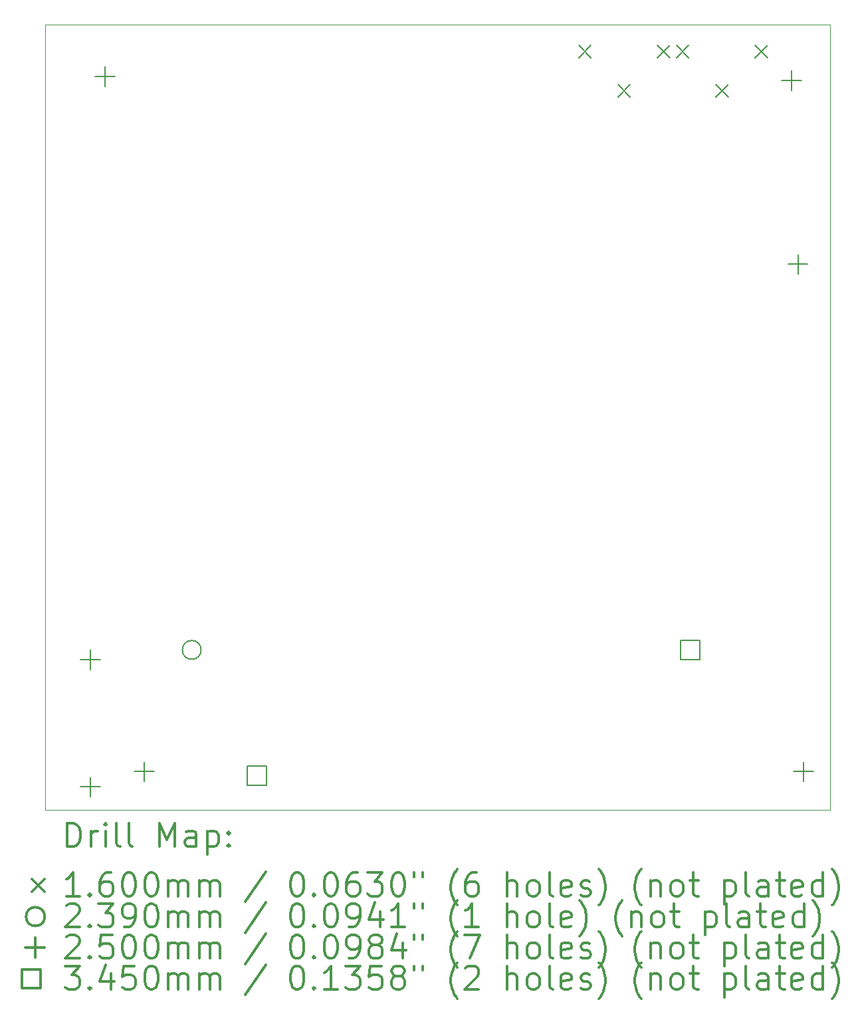
<source format=gbr>
%FSLAX45Y45*%
G04 Gerber Fmt 4.5, Leading zero omitted, Abs format (unit mm)*
G04 Created by KiCad (PCBNEW (5.1.10)-1) date 2021-10-14 15:07:15*
%MOMM*%
%LPD*%
G01*
G04 APERTURE LIST*
%TA.AperFunction,Profile*%
%ADD10C,0.100000*%
%TD*%
%ADD11C,0.200000*%
%ADD12C,0.300000*%
G04 APERTURE END LIST*
D10*
X15000000Y-5000000D02*
X15000000Y-15000000D01*
X5000000Y-5000000D02*
X15000000Y-5000000D01*
X5000000Y-15000000D02*
X5000000Y-5000000D01*
X15000000Y-15000000D02*
X5000000Y-15000000D01*
D11*
X11795000Y-5265000D02*
X11955000Y-5425000D01*
X11955000Y-5265000D02*
X11795000Y-5425000D01*
X12295000Y-5765000D02*
X12455000Y-5925000D01*
X12455000Y-5765000D02*
X12295000Y-5925000D01*
X12795000Y-5265000D02*
X12955000Y-5425000D01*
X12955000Y-5265000D02*
X12795000Y-5425000D01*
X13040000Y-5265000D02*
X13200000Y-5425000D01*
X13200000Y-5265000D02*
X13040000Y-5425000D01*
X13540000Y-5765000D02*
X13700000Y-5925000D01*
X13700000Y-5765000D02*
X13540000Y-5925000D01*
X14040000Y-5265000D02*
X14200000Y-5425000D01*
X14200000Y-5265000D02*
X14040000Y-5425000D01*
X6986500Y-12965000D02*
G75*
G03*
X6986500Y-12965000I-119500J0D01*
G01*
X5575000Y-12965000D02*
X5575000Y-13215000D01*
X5450000Y-13090000D02*
X5700000Y-13090000D01*
X5575000Y-14585000D02*
X5575000Y-14835000D01*
X5450000Y-14710000D02*
X5700000Y-14710000D01*
X5760000Y-5540000D02*
X5760000Y-5790000D01*
X5635000Y-5665000D02*
X5885000Y-5665000D01*
X6260000Y-14390000D02*
X6260000Y-14640000D01*
X6135000Y-14515000D02*
X6385000Y-14515000D01*
X14510000Y-5590000D02*
X14510000Y-5840000D01*
X14385000Y-5715000D02*
X14635000Y-5715000D01*
X14590400Y-7928900D02*
X14590400Y-8178900D01*
X14465400Y-8053900D02*
X14715400Y-8053900D01*
X14660000Y-14390000D02*
X14660000Y-14640000D01*
X14535000Y-14515000D02*
X14785000Y-14515000D01*
X7816977Y-14686977D02*
X7816977Y-14443023D01*
X7573023Y-14443023D01*
X7573023Y-14686977D01*
X7816977Y-14686977D01*
X13336977Y-13086977D02*
X13336977Y-12843023D01*
X13093023Y-12843023D01*
X13093023Y-13086977D01*
X13336977Y-13086977D01*
D12*
X5281428Y-15470714D02*
X5281428Y-15170714D01*
X5352857Y-15170714D01*
X5395714Y-15185000D01*
X5424286Y-15213571D01*
X5438571Y-15242143D01*
X5452857Y-15299286D01*
X5452857Y-15342143D01*
X5438571Y-15399286D01*
X5424286Y-15427857D01*
X5395714Y-15456429D01*
X5352857Y-15470714D01*
X5281428Y-15470714D01*
X5581428Y-15470714D02*
X5581428Y-15270714D01*
X5581428Y-15327857D02*
X5595714Y-15299286D01*
X5610000Y-15285000D01*
X5638571Y-15270714D01*
X5667143Y-15270714D01*
X5767143Y-15470714D02*
X5767143Y-15270714D01*
X5767143Y-15170714D02*
X5752857Y-15185000D01*
X5767143Y-15199286D01*
X5781428Y-15185000D01*
X5767143Y-15170714D01*
X5767143Y-15199286D01*
X5952857Y-15470714D02*
X5924286Y-15456429D01*
X5910000Y-15427857D01*
X5910000Y-15170714D01*
X6110000Y-15470714D02*
X6081428Y-15456429D01*
X6067143Y-15427857D01*
X6067143Y-15170714D01*
X6452857Y-15470714D02*
X6452857Y-15170714D01*
X6552857Y-15385000D01*
X6652857Y-15170714D01*
X6652857Y-15470714D01*
X6924286Y-15470714D02*
X6924286Y-15313571D01*
X6910000Y-15285000D01*
X6881428Y-15270714D01*
X6824286Y-15270714D01*
X6795714Y-15285000D01*
X6924286Y-15456429D02*
X6895714Y-15470714D01*
X6824286Y-15470714D01*
X6795714Y-15456429D01*
X6781428Y-15427857D01*
X6781428Y-15399286D01*
X6795714Y-15370714D01*
X6824286Y-15356429D01*
X6895714Y-15356429D01*
X6924286Y-15342143D01*
X7067143Y-15270714D02*
X7067143Y-15570714D01*
X7067143Y-15285000D02*
X7095714Y-15270714D01*
X7152857Y-15270714D01*
X7181428Y-15285000D01*
X7195714Y-15299286D01*
X7210000Y-15327857D01*
X7210000Y-15413571D01*
X7195714Y-15442143D01*
X7181428Y-15456429D01*
X7152857Y-15470714D01*
X7095714Y-15470714D01*
X7067143Y-15456429D01*
X7338571Y-15442143D02*
X7352857Y-15456429D01*
X7338571Y-15470714D01*
X7324286Y-15456429D01*
X7338571Y-15442143D01*
X7338571Y-15470714D01*
X7338571Y-15285000D02*
X7352857Y-15299286D01*
X7338571Y-15313571D01*
X7324286Y-15299286D01*
X7338571Y-15285000D01*
X7338571Y-15313571D01*
X4835000Y-15885000D02*
X4995000Y-16045000D01*
X4995000Y-15885000D02*
X4835000Y-16045000D01*
X5438571Y-16100714D02*
X5267143Y-16100714D01*
X5352857Y-16100714D02*
X5352857Y-15800714D01*
X5324286Y-15843571D01*
X5295714Y-15872143D01*
X5267143Y-15886429D01*
X5567143Y-16072143D02*
X5581428Y-16086429D01*
X5567143Y-16100714D01*
X5552857Y-16086429D01*
X5567143Y-16072143D01*
X5567143Y-16100714D01*
X5838571Y-15800714D02*
X5781428Y-15800714D01*
X5752857Y-15815000D01*
X5738571Y-15829286D01*
X5710000Y-15872143D01*
X5695714Y-15929286D01*
X5695714Y-16043571D01*
X5710000Y-16072143D01*
X5724286Y-16086429D01*
X5752857Y-16100714D01*
X5810000Y-16100714D01*
X5838571Y-16086429D01*
X5852857Y-16072143D01*
X5867143Y-16043571D01*
X5867143Y-15972143D01*
X5852857Y-15943571D01*
X5838571Y-15929286D01*
X5810000Y-15915000D01*
X5752857Y-15915000D01*
X5724286Y-15929286D01*
X5710000Y-15943571D01*
X5695714Y-15972143D01*
X6052857Y-15800714D02*
X6081428Y-15800714D01*
X6110000Y-15815000D01*
X6124286Y-15829286D01*
X6138571Y-15857857D01*
X6152857Y-15915000D01*
X6152857Y-15986429D01*
X6138571Y-16043571D01*
X6124286Y-16072143D01*
X6110000Y-16086429D01*
X6081428Y-16100714D01*
X6052857Y-16100714D01*
X6024286Y-16086429D01*
X6010000Y-16072143D01*
X5995714Y-16043571D01*
X5981428Y-15986429D01*
X5981428Y-15915000D01*
X5995714Y-15857857D01*
X6010000Y-15829286D01*
X6024286Y-15815000D01*
X6052857Y-15800714D01*
X6338571Y-15800714D02*
X6367143Y-15800714D01*
X6395714Y-15815000D01*
X6410000Y-15829286D01*
X6424286Y-15857857D01*
X6438571Y-15915000D01*
X6438571Y-15986429D01*
X6424286Y-16043571D01*
X6410000Y-16072143D01*
X6395714Y-16086429D01*
X6367143Y-16100714D01*
X6338571Y-16100714D01*
X6310000Y-16086429D01*
X6295714Y-16072143D01*
X6281428Y-16043571D01*
X6267143Y-15986429D01*
X6267143Y-15915000D01*
X6281428Y-15857857D01*
X6295714Y-15829286D01*
X6310000Y-15815000D01*
X6338571Y-15800714D01*
X6567143Y-16100714D02*
X6567143Y-15900714D01*
X6567143Y-15929286D02*
X6581428Y-15915000D01*
X6610000Y-15900714D01*
X6652857Y-15900714D01*
X6681428Y-15915000D01*
X6695714Y-15943571D01*
X6695714Y-16100714D01*
X6695714Y-15943571D02*
X6710000Y-15915000D01*
X6738571Y-15900714D01*
X6781428Y-15900714D01*
X6810000Y-15915000D01*
X6824286Y-15943571D01*
X6824286Y-16100714D01*
X6967143Y-16100714D02*
X6967143Y-15900714D01*
X6967143Y-15929286D02*
X6981428Y-15915000D01*
X7010000Y-15900714D01*
X7052857Y-15900714D01*
X7081428Y-15915000D01*
X7095714Y-15943571D01*
X7095714Y-16100714D01*
X7095714Y-15943571D02*
X7110000Y-15915000D01*
X7138571Y-15900714D01*
X7181428Y-15900714D01*
X7210000Y-15915000D01*
X7224286Y-15943571D01*
X7224286Y-16100714D01*
X7810000Y-15786429D02*
X7552857Y-16172143D01*
X8195714Y-15800714D02*
X8224286Y-15800714D01*
X8252857Y-15815000D01*
X8267143Y-15829286D01*
X8281428Y-15857857D01*
X8295714Y-15915000D01*
X8295714Y-15986429D01*
X8281428Y-16043571D01*
X8267143Y-16072143D01*
X8252857Y-16086429D01*
X8224286Y-16100714D01*
X8195714Y-16100714D01*
X8167143Y-16086429D01*
X8152857Y-16072143D01*
X8138571Y-16043571D01*
X8124286Y-15986429D01*
X8124286Y-15915000D01*
X8138571Y-15857857D01*
X8152857Y-15829286D01*
X8167143Y-15815000D01*
X8195714Y-15800714D01*
X8424286Y-16072143D02*
X8438571Y-16086429D01*
X8424286Y-16100714D01*
X8410000Y-16086429D01*
X8424286Y-16072143D01*
X8424286Y-16100714D01*
X8624286Y-15800714D02*
X8652857Y-15800714D01*
X8681428Y-15815000D01*
X8695714Y-15829286D01*
X8710000Y-15857857D01*
X8724286Y-15915000D01*
X8724286Y-15986429D01*
X8710000Y-16043571D01*
X8695714Y-16072143D01*
X8681428Y-16086429D01*
X8652857Y-16100714D01*
X8624286Y-16100714D01*
X8595714Y-16086429D01*
X8581428Y-16072143D01*
X8567143Y-16043571D01*
X8552857Y-15986429D01*
X8552857Y-15915000D01*
X8567143Y-15857857D01*
X8581428Y-15829286D01*
X8595714Y-15815000D01*
X8624286Y-15800714D01*
X8981428Y-15800714D02*
X8924286Y-15800714D01*
X8895714Y-15815000D01*
X8881428Y-15829286D01*
X8852857Y-15872143D01*
X8838571Y-15929286D01*
X8838571Y-16043571D01*
X8852857Y-16072143D01*
X8867143Y-16086429D01*
X8895714Y-16100714D01*
X8952857Y-16100714D01*
X8981428Y-16086429D01*
X8995714Y-16072143D01*
X9010000Y-16043571D01*
X9010000Y-15972143D01*
X8995714Y-15943571D01*
X8981428Y-15929286D01*
X8952857Y-15915000D01*
X8895714Y-15915000D01*
X8867143Y-15929286D01*
X8852857Y-15943571D01*
X8838571Y-15972143D01*
X9110000Y-15800714D02*
X9295714Y-15800714D01*
X9195714Y-15915000D01*
X9238571Y-15915000D01*
X9267143Y-15929286D01*
X9281428Y-15943571D01*
X9295714Y-15972143D01*
X9295714Y-16043571D01*
X9281428Y-16072143D01*
X9267143Y-16086429D01*
X9238571Y-16100714D01*
X9152857Y-16100714D01*
X9124286Y-16086429D01*
X9110000Y-16072143D01*
X9481428Y-15800714D02*
X9510000Y-15800714D01*
X9538571Y-15815000D01*
X9552857Y-15829286D01*
X9567143Y-15857857D01*
X9581428Y-15915000D01*
X9581428Y-15986429D01*
X9567143Y-16043571D01*
X9552857Y-16072143D01*
X9538571Y-16086429D01*
X9510000Y-16100714D01*
X9481428Y-16100714D01*
X9452857Y-16086429D01*
X9438571Y-16072143D01*
X9424286Y-16043571D01*
X9410000Y-15986429D01*
X9410000Y-15915000D01*
X9424286Y-15857857D01*
X9438571Y-15829286D01*
X9452857Y-15815000D01*
X9481428Y-15800714D01*
X9695714Y-15800714D02*
X9695714Y-15857857D01*
X9810000Y-15800714D02*
X9810000Y-15857857D01*
X10252857Y-16215000D02*
X10238571Y-16200714D01*
X10210000Y-16157857D01*
X10195714Y-16129286D01*
X10181428Y-16086429D01*
X10167143Y-16015000D01*
X10167143Y-15957857D01*
X10181428Y-15886429D01*
X10195714Y-15843571D01*
X10210000Y-15815000D01*
X10238571Y-15772143D01*
X10252857Y-15757857D01*
X10495714Y-15800714D02*
X10438571Y-15800714D01*
X10410000Y-15815000D01*
X10395714Y-15829286D01*
X10367143Y-15872143D01*
X10352857Y-15929286D01*
X10352857Y-16043571D01*
X10367143Y-16072143D01*
X10381428Y-16086429D01*
X10410000Y-16100714D01*
X10467143Y-16100714D01*
X10495714Y-16086429D01*
X10510000Y-16072143D01*
X10524286Y-16043571D01*
X10524286Y-15972143D01*
X10510000Y-15943571D01*
X10495714Y-15929286D01*
X10467143Y-15915000D01*
X10410000Y-15915000D01*
X10381428Y-15929286D01*
X10367143Y-15943571D01*
X10352857Y-15972143D01*
X10881428Y-16100714D02*
X10881428Y-15800714D01*
X11010000Y-16100714D02*
X11010000Y-15943571D01*
X10995714Y-15915000D01*
X10967143Y-15900714D01*
X10924286Y-15900714D01*
X10895714Y-15915000D01*
X10881428Y-15929286D01*
X11195714Y-16100714D02*
X11167143Y-16086429D01*
X11152857Y-16072143D01*
X11138571Y-16043571D01*
X11138571Y-15957857D01*
X11152857Y-15929286D01*
X11167143Y-15915000D01*
X11195714Y-15900714D01*
X11238571Y-15900714D01*
X11267143Y-15915000D01*
X11281428Y-15929286D01*
X11295714Y-15957857D01*
X11295714Y-16043571D01*
X11281428Y-16072143D01*
X11267143Y-16086429D01*
X11238571Y-16100714D01*
X11195714Y-16100714D01*
X11467143Y-16100714D02*
X11438571Y-16086429D01*
X11424286Y-16057857D01*
X11424286Y-15800714D01*
X11695714Y-16086429D02*
X11667143Y-16100714D01*
X11610000Y-16100714D01*
X11581428Y-16086429D01*
X11567143Y-16057857D01*
X11567143Y-15943571D01*
X11581428Y-15915000D01*
X11610000Y-15900714D01*
X11667143Y-15900714D01*
X11695714Y-15915000D01*
X11710000Y-15943571D01*
X11710000Y-15972143D01*
X11567143Y-16000714D01*
X11824286Y-16086429D02*
X11852857Y-16100714D01*
X11910000Y-16100714D01*
X11938571Y-16086429D01*
X11952857Y-16057857D01*
X11952857Y-16043571D01*
X11938571Y-16015000D01*
X11910000Y-16000714D01*
X11867143Y-16000714D01*
X11838571Y-15986429D01*
X11824286Y-15957857D01*
X11824286Y-15943571D01*
X11838571Y-15915000D01*
X11867143Y-15900714D01*
X11910000Y-15900714D01*
X11938571Y-15915000D01*
X12052857Y-16215000D02*
X12067143Y-16200714D01*
X12095714Y-16157857D01*
X12110000Y-16129286D01*
X12124286Y-16086429D01*
X12138571Y-16015000D01*
X12138571Y-15957857D01*
X12124286Y-15886429D01*
X12110000Y-15843571D01*
X12095714Y-15815000D01*
X12067143Y-15772143D01*
X12052857Y-15757857D01*
X12595714Y-16215000D02*
X12581428Y-16200714D01*
X12552857Y-16157857D01*
X12538571Y-16129286D01*
X12524286Y-16086429D01*
X12510000Y-16015000D01*
X12510000Y-15957857D01*
X12524286Y-15886429D01*
X12538571Y-15843571D01*
X12552857Y-15815000D01*
X12581428Y-15772143D01*
X12595714Y-15757857D01*
X12710000Y-15900714D02*
X12710000Y-16100714D01*
X12710000Y-15929286D02*
X12724286Y-15915000D01*
X12752857Y-15900714D01*
X12795714Y-15900714D01*
X12824286Y-15915000D01*
X12838571Y-15943571D01*
X12838571Y-16100714D01*
X13024286Y-16100714D02*
X12995714Y-16086429D01*
X12981428Y-16072143D01*
X12967143Y-16043571D01*
X12967143Y-15957857D01*
X12981428Y-15929286D01*
X12995714Y-15915000D01*
X13024286Y-15900714D01*
X13067143Y-15900714D01*
X13095714Y-15915000D01*
X13110000Y-15929286D01*
X13124286Y-15957857D01*
X13124286Y-16043571D01*
X13110000Y-16072143D01*
X13095714Y-16086429D01*
X13067143Y-16100714D01*
X13024286Y-16100714D01*
X13210000Y-15900714D02*
X13324286Y-15900714D01*
X13252857Y-15800714D02*
X13252857Y-16057857D01*
X13267143Y-16086429D01*
X13295714Y-16100714D01*
X13324286Y-16100714D01*
X13652857Y-15900714D02*
X13652857Y-16200714D01*
X13652857Y-15915000D02*
X13681428Y-15900714D01*
X13738571Y-15900714D01*
X13767143Y-15915000D01*
X13781428Y-15929286D01*
X13795714Y-15957857D01*
X13795714Y-16043571D01*
X13781428Y-16072143D01*
X13767143Y-16086429D01*
X13738571Y-16100714D01*
X13681428Y-16100714D01*
X13652857Y-16086429D01*
X13967143Y-16100714D02*
X13938571Y-16086429D01*
X13924286Y-16057857D01*
X13924286Y-15800714D01*
X14210000Y-16100714D02*
X14210000Y-15943571D01*
X14195714Y-15915000D01*
X14167143Y-15900714D01*
X14110000Y-15900714D01*
X14081428Y-15915000D01*
X14210000Y-16086429D02*
X14181428Y-16100714D01*
X14110000Y-16100714D01*
X14081428Y-16086429D01*
X14067143Y-16057857D01*
X14067143Y-16029286D01*
X14081428Y-16000714D01*
X14110000Y-15986429D01*
X14181428Y-15986429D01*
X14210000Y-15972143D01*
X14310000Y-15900714D02*
X14424286Y-15900714D01*
X14352857Y-15800714D02*
X14352857Y-16057857D01*
X14367143Y-16086429D01*
X14395714Y-16100714D01*
X14424286Y-16100714D01*
X14638571Y-16086429D02*
X14610000Y-16100714D01*
X14552857Y-16100714D01*
X14524286Y-16086429D01*
X14510000Y-16057857D01*
X14510000Y-15943571D01*
X14524286Y-15915000D01*
X14552857Y-15900714D01*
X14610000Y-15900714D01*
X14638571Y-15915000D01*
X14652857Y-15943571D01*
X14652857Y-15972143D01*
X14510000Y-16000714D01*
X14910000Y-16100714D02*
X14910000Y-15800714D01*
X14910000Y-16086429D02*
X14881428Y-16100714D01*
X14824286Y-16100714D01*
X14795714Y-16086429D01*
X14781428Y-16072143D01*
X14767143Y-16043571D01*
X14767143Y-15957857D01*
X14781428Y-15929286D01*
X14795714Y-15915000D01*
X14824286Y-15900714D01*
X14881428Y-15900714D01*
X14910000Y-15915000D01*
X15024286Y-16215000D02*
X15038571Y-16200714D01*
X15067143Y-16157857D01*
X15081428Y-16129286D01*
X15095714Y-16086429D01*
X15110000Y-16015000D01*
X15110000Y-15957857D01*
X15095714Y-15886429D01*
X15081428Y-15843571D01*
X15067143Y-15815000D01*
X15038571Y-15772143D01*
X15024286Y-15757857D01*
X4995000Y-16361000D02*
G75*
G03*
X4995000Y-16361000I-119500J0D01*
G01*
X5267143Y-16225286D02*
X5281428Y-16211000D01*
X5310000Y-16196714D01*
X5381428Y-16196714D01*
X5410000Y-16211000D01*
X5424286Y-16225286D01*
X5438571Y-16253857D01*
X5438571Y-16282429D01*
X5424286Y-16325286D01*
X5252857Y-16496714D01*
X5438571Y-16496714D01*
X5567143Y-16468143D02*
X5581428Y-16482429D01*
X5567143Y-16496714D01*
X5552857Y-16482429D01*
X5567143Y-16468143D01*
X5567143Y-16496714D01*
X5681428Y-16196714D02*
X5867143Y-16196714D01*
X5767143Y-16311000D01*
X5810000Y-16311000D01*
X5838571Y-16325286D01*
X5852857Y-16339571D01*
X5867143Y-16368143D01*
X5867143Y-16439571D01*
X5852857Y-16468143D01*
X5838571Y-16482429D01*
X5810000Y-16496714D01*
X5724286Y-16496714D01*
X5695714Y-16482429D01*
X5681428Y-16468143D01*
X6010000Y-16496714D02*
X6067143Y-16496714D01*
X6095714Y-16482429D01*
X6110000Y-16468143D01*
X6138571Y-16425286D01*
X6152857Y-16368143D01*
X6152857Y-16253857D01*
X6138571Y-16225286D01*
X6124286Y-16211000D01*
X6095714Y-16196714D01*
X6038571Y-16196714D01*
X6010000Y-16211000D01*
X5995714Y-16225286D01*
X5981428Y-16253857D01*
X5981428Y-16325286D01*
X5995714Y-16353857D01*
X6010000Y-16368143D01*
X6038571Y-16382429D01*
X6095714Y-16382429D01*
X6124286Y-16368143D01*
X6138571Y-16353857D01*
X6152857Y-16325286D01*
X6338571Y-16196714D02*
X6367143Y-16196714D01*
X6395714Y-16211000D01*
X6410000Y-16225286D01*
X6424286Y-16253857D01*
X6438571Y-16311000D01*
X6438571Y-16382429D01*
X6424286Y-16439571D01*
X6410000Y-16468143D01*
X6395714Y-16482429D01*
X6367143Y-16496714D01*
X6338571Y-16496714D01*
X6310000Y-16482429D01*
X6295714Y-16468143D01*
X6281428Y-16439571D01*
X6267143Y-16382429D01*
X6267143Y-16311000D01*
X6281428Y-16253857D01*
X6295714Y-16225286D01*
X6310000Y-16211000D01*
X6338571Y-16196714D01*
X6567143Y-16496714D02*
X6567143Y-16296714D01*
X6567143Y-16325286D02*
X6581428Y-16311000D01*
X6610000Y-16296714D01*
X6652857Y-16296714D01*
X6681428Y-16311000D01*
X6695714Y-16339571D01*
X6695714Y-16496714D01*
X6695714Y-16339571D02*
X6710000Y-16311000D01*
X6738571Y-16296714D01*
X6781428Y-16296714D01*
X6810000Y-16311000D01*
X6824286Y-16339571D01*
X6824286Y-16496714D01*
X6967143Y-16496714D02*
X6967143Y-16296714D01*
X6967143Y-16325286D02*
X6981428Y-16311000D01*
X7010000Y-16296714D01*
X7052857Y-16296714D01*
X7081428Y-16311000D01*
X7095714Y-16339571D01*
X7095714Y-16496714D01*
X7095714Y-16339571D02*
X7110000Y-16311000D01*
X7138571Y-16296714D01*
X7181428Y-16296714D01*
X7210000Y-16311000D01*
X7224286Y-16339571D01*
X7224286Y-16496714D01*
X7810000Y-16182429D02*
X7552857Y-16568143D01*
X8195714Y-16196714D02*
X8224286Y-16196714D01*
X8252857Y-16211000D01*
X8267143Y-16225286D01*
X8281428Y-16253857D01*
X8295714Y-16311000D01*
X8295714Y-16382429D01*
X8281428Y-16439571D01*
X8267143Y-16468143D01*
X8252857Y-16482429D01*
X8224286Y-16496714D01*
X8195714Y-16496714D01*
X8167143Y-16482429D01*
X8152857Y-16468143D01*
X8138571Y-16439571D01*
X8124286Y-16382429D01*
X8124286Y-16311000D01*
X8138571Y-16253857D01*
X8152857Y-16225286D01*
X8167143Y-16211000D01*
X8195714Y-16196714D01*
X8424286Y-16468143D02*
X8438571Y-16482429D01*
X8424286Y-16496714D01*
X8410000Y-16482429D01*
X8424286Y-16468143D01*
X8424286Y-16496714D01*
X8624286Y-16196714D02*
X8652857Y-16196714D01*
X8681428Y-16211000D01*
X8695714Y-16225286D01*
X8710000Y-16253857D01*
X8724286Y-16311000D01*
X8724286Y-16382429D01*
X8710000Y-16439571D01*
X8695714Y-16468143D01*
X8681428Y-16482429D01*
X8652857Y-16496714D01*
X8624286Y-16496714D01*
X8595714Y-16482429D01*
X8581428Y-16468143D01*
X8567143Y-16439571D01*
X8552857Y-16382429D01*
X8552857Y-16311000D01*
X8567143Y-16253857D01*
X8581428Y-16225286D01*
X8595714Y-16211000D01*
X8624286Y-16196714D01*
X8867143Y-16496714D02*
X8924286Y-16496714D01*
X8952857Y-16482429D01*
X8967143Y-16468143D01*
X8995714Y-16425286D01*
X9010000Y-16368143D01*
X9010000Y-16253857D01*
X8995714Y-16225286D01*
X8981428Y-16211000D01*
X8952857Y-16196714D01*
X8895714Y-16196714D01*
X8867143Y-16211000D01*
X8852857Y-16225286D01*
X8838571Y-16253857D01*
X8838571Y-16325286D01*
X8852857Y-16353857D01*
X8867143Y-16368143D01*
X8895714Y-16382429D01*
X8952857Y-16382429D01*
X8981428Y-16368143D01*
X8995714Y-16353857D01*
X9010000Y-16325286D01*
X9267143Y-16296714D02*
X9267143Y-16496714D01*
X9195714Y-16182429D02*
X9124286Y-16396714D01*
X9310000Y-16396714D01*
X9581428Y-16496714D02*
X9410000Y-16496714D01*
X9495714Y-16496714D02*
X9495714Y-16196714D01*
X9467143Y-16239571D01*
X9438571Y-16268143D01*
X9410000Y-16282429D01*
X9695714Y-16196714D02*
X9695714Y-16253857D01*
X9810000Y-16196714D02*
X9810000Y-16253857D01*
X10252857Y-16611000D02*
X10238571Y-16596714D01*
X10210000Y-16553857D01*
X10195714Y-16525286D01*
X10181428Y-16482429D01*
X10167143Y-16411000D01*
X10167143Y-16353857D01*
X10181428Y-16282429D01*
X10195714Y-16239571D01*
X10210000Y-16211000D01*
X10238571Y-16168143D01*
X10252857Y-16153857D01*
X10524286Y-16496714D02*
X10352857Y-16496714D01*
X10438571Y-16496714D02*
X10438571Y-16196714D01*
X10410000Y-16239571D01*
X10381428Y-16268143D01*
X10352857Y-16282429D01*
X10881428Y-16496714D02*
X10881428Y-16196714D01*
X11010000Y-16496714D02*
X11010000Y-16339571D01*
X10995714Y-16311000D01*
X10967143Y-16296714D01*
X10924286Y-16296714D01*
X10895714Y-16311000D01*
X10881428Y-16325286D01*
X11195714Y-16496714D02*
X11167143Y-16482429D01*
X11152857Y-16468143D01*
X11138571Y-16439571D01*
X11138571Y-16353857D01*
X11152857Y-16325286D01*
X11167143Y-16311000D01*
X11195714Y-16296714D01*
X11238571Y-16296714D01*
X11267143Y-16311000D01*
X11281428Y-16325286D01*
X11295714Y-16353857D01*
X11295714Y-16439571D01*
X11281428Y-16468143D01*
X11267143Y-16482429D01*
X11238571Y-16496714D01*
X11195714Y-16496714D01*
X11467143Y-16496714D02*
X11438571Y-16482429D01*
X11424286Y-16453857D01*
X11424286Y-16196714D01*
X11695714Y-16482429D02*
X11667143Y-16496714D01*
X11610000Y-16496714D01*
X11581428Y-16482429D01*
X11567143Y-16453857D01*
X11567143Y-16339571D01*
X11581428Y-16311000D01*
X11610000Y-16296714D01*
X11667143Y-16296714D01*
X11695714Y-16311000D01*
X11710000Y-16339571D01*
X11710000Y-16368143D01*
X11567143Y-16396714D01*
X11810000Y-16611000D02*
X11824286Y-16596714D01*
X11852857Y-16553857D01*
X11867143Y-16525286D01*
X11881428Y-16482429D01*
X11895714Y-16411000D01*
X11895714Y-16353857D01*
X11881428Y-16282429D01*
X11867143Y-16239571D01*
X11852857Y-16211000D01*
X11824286Y-16168143D01*
X11810000Y-16153857D01*
X12352857Y-16611000D02*
X12338571Y-16596714D01*
X12310000Y-16553857D01*
X12295714Y-16525286D01*
X12281428Y-16482429D01*
X12267143Y-16411000D01*
X12267143Y-16353857D01*
X12281428Y-16282429D01*
X12295714Y-16239571D01*
X12310000Y-16211000D01*
X12338571Y-16168143D01*
X12352857Y-16153857D01*
X12467143Y-16296714D02*
X12467143Y-16496714D01*
X12467143Y-16325286D02*
X12481428Y-16311000D01*
X12510000Y-16296714D01*
X12552857Y-16296714D01*
X12581428Y-16311000D01*
X12595714Y-16339571D01*
X12595714Y-16496714D01*
X12781428Y-16496714D02*
X12752857Y-16482429D01*
X12738571Y-16468143D01*
X12724286Y-16439571D01*
X12724286Y-16353857D01*
X12738571Y-16325286D01*
X12752857Y-16311000D01*
X12781428Y-16296714D01*
X12824286Y-16296714D01*
X12852857Y-16311000D01*
X12867143Y-16325286D01*
X12881428Y-16353857D01*
X12881428Y-16439571D01*
X12867143Y-16468143D01*
X12852857Y-16482429D01*
X12824286Y-16496714D01*
X12781428Y-16496714D01*
X12967143Y-16296714D02*
X13081428Y-16296714D01*
X13010000Y-16196714D02*
X13010000Y-16453857D01*
X13024286Y-16482429D01*
X13052857Y-16496714D01*
X13081428Y-16496714D01*
X13410000Y-16296714D02*
X13410000Y-16596714D01*
X13410000Y-16311000D02*
X13438571Y-16296714D01*
X13495714Y-16296714D01*
X13524286Y-16311000D01*
X13538571Y-16325286D01*
X13552857Y-16353857D01*
X13552857Y-16439571D01*
X13538571Y-16468143D01*
X13524286Y-16482429D01*
X13495714Y-16496714D01*
X13438571Y-16496714D01*
X13410000Y-16482429D01*
X13724286Y-16496714D02*
X13695714Y-16482429D01*
X13681428Y-16453857D01*
X13681428Y-16196714D01*
X13967143Y-16496714D02*
X13967143Y-16339571D01*
X13952857Y-16311000D01*
X13924286Y-16296714D01*
X13867143Y-16296714D01*
X13838571Y-16311000D01*
X13967143Y-16482429D02*
X13938571Y-16496714D01*
X13867143Y-16496714D01*
X13838571Y-16482429D01*
X13824286Y-16453857D01*
X13824286Y-16425286D01*
X13838571Y-16396714D01*
X13867143Y-16382429D01*
X13938571Y-16382429D01*
X13967143Y-16368143D01*
X14067143Y-16296714D02*
X14181428Y-16296714D01*
X14110000Y-16196714D02*
X14110000Y-16453857D01*
X14124286Y-16482429D01*
X14152857Y-16496714D01*
X14181428Y-16496714D01*
X14395714Y-16482429D02*
X14367143Y-16496714D01*
X14310000Y-16496714D01*
X14281428Y-16482429D01*
X14267143Y-16453857D01*
X14267143Y-16339571D01*
X14281428Y-16311000D01*
X14310000Y-16296714D01*
X14367143Y-16296714D01*
X14395714Y-16311000D01*
X14410000Y-16339571D01*
X14410000Y-16368143D01*
X14267143Y-16396714D01*
X14667143Y-16496714D02*
X14667143Y-16196714D01*
X14667143Y-16482429D02*
X14638571Y-16496714D01*
X14581428Y-16496714D01*
X14552857Y-16482429D01*
X14538571Y-16468143D01*
X14524286Y-16439571D01*
X14524286Y-16353857D01*
X14538571Y-16325286D01*
X14552857Y-16311000D01*
X14581428Y-16296714D01*
X14638571Y-16296714D01*
X14667143Y-16311000D01*
X14781428Y-16611000D02*
X14795714Y-16596714D01*
X14824286Y-16553857D01*
X14838571Y-16525286D01*
X14852857Y-16482429D01*
X14867143Y-16411000D01*
X14867143Y-16353857D01*
X14852857Y-16282429D01*
X14838571Y-16239571D01*
X14824286Y-16211000D01*
X14795714Y-16168143D01*
X14781428Y-16153857D01*
X4870000Y-16632000D02*
X4870000Y-16882000D01*
X4745000Y-16757000D02*
X4995000Y-16757000D01*
X5267143Y-16621286D02*
X5281428Y-16607000D01*
X5310000Y-16592714D01*
X5381428Y-16592714D01*
X5410000Y-16607000D01*
X5424286Y-16621286D01*
X5438571Y-16649857D01*
X5438571Y-16678429D01*
X5424286Y-16721286D01*
X5252857Y-16892714D01*
X5438571Y-16892714D01*
X5567143Y-16864143D02*
X5581428Y-16878429D01*
X5567143Y-16892714D01*
X5552857Y-16878429D01*
X5567143Y-16864143D01*
X5567143Y-16892714D01*
X5852857Y-16592714D02*
X5710000Y-16592714D01*
X5695714Y-16735571D01*
X5710000Y-16721286D01*
X5738571Y-16707000D01*
X5810000Y-16707000D01*
X5838571Y-16721286D01*
X5852857Y-16735571D01*
X5867143Y-16764143D01*
X5867143Y-16835572D01*
X5852857Y-16864143D01*
X5838571Y-16878429D01*
X5810000Y-16892714D01*
X5738571Y-16892714D01*
X5710000Y-16878429D01*
X5695714Y-16864143D01*
X6052857Y-16592714D02*
X6081428Y-16592714D01*
X6110000Y-16607000D01*
X6124286Y-16621286D01*
X6138571Y-16649857D01*
X6152857Y-16707000D01*
X6152857Y-16778429D01*
X6138571Y-16835572D01*
X6124286Y-16864143D01*
X6110000Y-16878429D01*
X6081428Y-16892714D01*
X6052857Y-16892714D01*
X6024286Y-16878429D01*
X6010000Y-16864143D01*
X5995714Y-16835572D01*
X5981428Y-16778429D01*
X5981428Y-16707000D01*
X5995714Y-16649857D01*
X6010000Y-16621286D01*
X6024286Y-16607000D01*
X6052857Y-16592714D01*
X6338571Y-16592714D02*
X6367143Y-16592714D01*
X6395714Y-16607000D01*
X6410000Y-16621286D01*
X6424286Y-16649857D01*
X6438571Y-16707000D01*
X6438571Y-16778429D01*
X6424286Y-16835572D01*
X6410000Y-16864143D01*
X6395714Y-16878429D01*
X6367143Y-16892714D01*
X6338571Y-16892714D01*
X6310000Y-16878429D01*
X6295714Y-16864143D01*
X6281428Y-16835572D01*
X6267143Y-16778429D01*
X6267143Y-16707000D01*
X6281428Y-16649857D01*
X6295714Y-16621286D01*
X6310000Y-16607000D01*
X6338571Y-16592714D01*
X6567143Y-16892714D02*
X6567143Y-16692714D01*
X6567143Y-16721286D02*
X6581428Y-16707000D01*
X6610000Y-16692714D01*
X6652857Y-16692714D01*
X6681428Y-16707000D01*
X6695714Y-16735571D01*
X6695714Y-16892714D01*
X6695714Y-16735571D02*
X6710000Y-16707000D01*
X6738571Y-16692714D01*
X6781428Y-16692714D01*
X6810000Y-16707000D01*
X6824286Y-16735571D01*
X6824286Y-16892714D01*
X6967143Y-16892714D02*
X6967143Y-16692714D01*
X6967143Y-16721286D02*
X6981428Y-16707000D01*
X7010000Y-16692714D01*
X7052857Y-16692714D01*
X7081428Y-16707000D01*
X7095714Y-16735571D01*
X7095714Y-16892714D01*
X7095714Y-16735571D02*
X7110000Y-16707000D01*
X7138571Y-16692714D01*
X7181428Y-16692714D01*
X7210000Y-16707000D01*
X7224286Y-16735571D01*
X7224286Y-16892714D01*
X7810000Y-16578429D02*
X7552857Y-16964143D01*
X8195714Y-16592714D02*
X8224286Y-16592714D01*
X8252857Y-16607000D01*
X8267143Y-16621286D01*
X8281428Y-16649857D01*
X8295714Y-16707000D01*
X8295714Y-16778429D01*
X8281428Y-16835572D01*
X8267143Y-16864143D01*
X8252857Y-16878429D01*
X8224286Y-16892714D01*
X8195714Y-16892714D01*
X8167143Y-16878429D01*
X8152857Y-16864143D01*
X8138571Y-16835572D01*
X8124286Y-16778429D01*
X8124286Y-16707000D01*
X8138571Y-16649857D01*
X8152857Y-16621286D01*
X8167143Y-16607000D01*
X8195714Y-16592714D01*
X8424286Y-16864143D02*
X8438571Y-16878429D01*
X8424286Y-16892714D01*
X8410000Y-16878429D01*
X8424286Y-16864143D01*
X8424286Y-16892714D01*
X8624286Y-16592714D02*
X8652857Y-16592714D01*
X8681428Y-16607000D01*
X8695714Y-16621286D01*
X8710000Y-16649857D01*
X8724286Y-16707000D01*
X8724286Y-16778429D01*
X8710000Y-16835572D01*
X8695714Y-16864143D01*
X8681428Y-16878429D01*
X8652857Y-16892714D01*
X8624286Y-16892714D01*
X8595714Y-16878429D01*
X8581428Y-16864143D01*
X8567143Y-16835572D01*
X8552857Y-16778429D01*
X8552857Y-16707000D01*
X8567143Y-16649857D01*
X8581428Y-16621286D01*
X8595714Y-16607000D01*
X8624286Y-16592714D01*
X8867143Y-16892714D02*
X8924286Y-16892714D01*
X8952857Y-16878429D01*
X8967143Y-16864143D01*
X8995714Y-16821286D01*
X9010000Y-16764143D01*
X9010000Y-16649857D01*
X8995714Y-16621286D01*
X8981428Y-16607000D01*
X8952857Y-16592714D01*
X8895714Y-16592714D01*
X8867143Y-16607000D01*
X8852857Y-16621286D01*
X8838571Y-16649857D01*
X8838571Y-16721286D01*
X8852857Y-16749857D01*
X8867143Y-16764143D01*
X8895714Y-16778429D01*
X8952857Y-16778429D01*
X8981428Y-16764143D01*
X8995714Y-16749857D01*
X9010000Y-16721286D01*
X9181428Y-16721286D02*
X9152857Y-16707000D01*
X9138571Y-16692714D01*
X9124286Y-16664143D01*
X9124286Y-16649857D01*
X9138571Y-16621286D01*
X9152857Y-16607000D01*
X9181428Y-16592714D01*
X9238571Y-16592714D01*
X9267143Y-16607000D01*
X9281428Y-16621286D01*
X9295714Y-16649857D01*
X9295714Y-16664143D01*
X9281428Y-16692714D01*
X9267143Y-16707000D01*
X9238571Y-16721286D01*
X9181428Y-16721286D01*
X9152857Y-16735571D01*
X9138571Y-16749857D01*
X9124286Y-16778429D01*
X9124286Y-16835572D01*
X9138571Y-16864143D01*
X9152857Y-16878429D01*
X9181428Y-16892714D01*
X9238571Y-16892714D01*
X9267143Y-16878429D01*
X9281428Y-16864143D01*
X9295714Y-16835572D01*
X9295714Y-16778429D01*
X9281428Y-16749857D01*
X9267143Y-16735571D01*
X9238571Y-16721286D01*
X9552857Y-16692714D02*
X9552857Y-16892714D01*
X9481428Y-16578429D02*
X9410000Y-16792714D01*
X9595714Y-16792714D01*
X9695714Y-16592714D02*
X9695714Y-16649857D01*
X9810000Y-16592714D02*
X9810000Y-16649857D01*
X10252857Y-17007000D02*
X10238571Y-16992714D01*
X10210000Y-16949857D01*
X10195714Y-16921286D01*
X10181428Y-16878429D01*
X10167143Y-16807000D01*
X10167143Y-16749857D01*
X10181428Y-16678429D01*
X10195714Y-16635571D01*
X10210000Y-16607000D01*
X10238571Y-16564143D01*
X10252857Y-16549857D01*
X10338571Y-16592714D02*
X10538571Y-16592714D01*
X10410000Y-16892714D01*
X10881428Y-16892714D02*
X10881428Y-16592714D01*
X11010000Y-16892714D02*
X11010000Y-16735571D01*
X10995714Y-16707000D01*
X10967143Y-16692714D01*
X10924286Y-16692714D01*
X10895714Y-16707000D01*
X10881428Y-16721286D01*
X11195714Y-16892714D02*
X11167143Y-16878429D01*
X11152857Y-16864143D01*
X11138571Y-16835572D01*
X11138571Y-16749857D01*
X11152857Y-16721286D01*
X11167143Y-16707000D01*
X11195714Y-16692714D01*
X11238571Y-16692714D01*
X11267143Y-16707000D01*
X11281428Y-16721286D01*
X11295714Y-16749857D01*
X11295714Y-16835572D01*
X11281428Y-16864143D01*
X11267143Y-16878429D01*
X11238571Y-16892714D01*
X11195714Y-16892714D01*
X11467143Y-16892714D02*
X11438571Y-16878429D01*
X11424286Y-16849857D01*
X11424286Y-16592714D01*
X11695714Y-16878429D02*
X11667143Y-16892714D01*
X11610000Y-16892714D01*
X11581428Y-16878429D01*
X11567143Y-16849857D01*
X11567143Y-16735571D01*
X11581428Y-16707000D01*
X11610000Y-16692714D01*
X11667143Y-16692714D01*
X11695714Y-16707000D01*
X11710000Y-16735571D01*
X11710000Y-16764143D01*
X11567143Y-16792714D01*
X11824286Y-16878429D02*
X11852857Y-16892714D01*
X11910000Y-16892714D01*
X11938571Y-16878429D01*
X11952857Y-16849857D01*
X11952857Y-16835572D01*
X11938571Y-16807000D01*
X11910000Y-16792714D01*
X11867143Y-16792714D01*
X11838571Y-16778429D01*
X11824286Y-16749857D01*
X11824286Y-16735571D01*
X11838571Y-16707000D01*
X11867143Y-16692714D01*
X11910000Y-16692714D01*
X11938571Y-16707000D01*
X12052857Y-17007000D02*
X12067143Y-16992714D01*
X12095714Y-16949857D01*
X12110000Y-16921286D01*
X12124286Y-16878429D01*
X12138571Y-16807000D01*
X12138571Y-16749857D01*
X12124286Y-16678429D01*
X12110000Y-16635571D01*
X12095714Y-16607000D01*
X12067143Y-16564143D01*
X12052857Y-16549857D01*
X12595714Y-17007000D02*
X12581428Y-16992714D01*
X12552857Y-16949857D01*
X12538571Y-16921286D01*
X12524286Y-16878429D01*
X12510000Y-16807000D01*
X12510000Y-16749857D01*
X12524286Y-16678429D01*
X12538571Y-16635571D01*
X12552857Y-16607000D01*
X12581428Y-16564143D01*
X12595714Y-16549857D01*
X12710000Y-16692714D02*
X12710000Y-16892714D01*
X12710000Y-16721286D02*
X12724286Y-16707000D01*
X12752857Y-16692714D01*
X12795714Y-16692714D01*
X12824286Y-16707000D01*
X12838571Y-16735571D01*
X12838571Y-16892714D01*
X13024286Y-16892714D02*
X12995714Y-16878429D01*
X12981428Y-16864143D01*
X12967143Y-16835572D01*
X12967143Y-16749857D01*
X12981428Y-16721286D01*
X12995714Y-16707000D01*
X13024286Y-16692714D01*
X13067143Y-16692714D01*
X13095714Y-16707000D01*
X13110000Y-16721286D01*
X13124286Y-16749857D01*
X13124286Y-16835572D01*
X13110000Y-16864143D01*
X13095714Y-16878429D01*
X13067143Y-16892714D01*
X13024286Y-16892714D01*
X13210000Y-16692714D02*
X13324286Y-16692714D01*
X13252857Y-16592714D02*
X13252857Y-16849857D01*
X13267143Y-16878429D01*
X13295714Y-16892714D01*
X13324286Y-16892714D01*
X13652857Y-16692714D02*
X13652857Y-16992714D01*
X13652857Y-16707000D02*
X13681428Y-16692714D01*
X13738571Y-16692714D01*
X13767143Y-16707000D01*
X13781428Y-16721286D01*
X13795714Y-16749857D01*
X13795714Y-16835572D01*
X13781428Y-16864143D01*
X13767143Y-16878429D01*
X13738571Y-16892714D01*
X13681428Y-16892714D01*
X13652857Y-16878429D01*
X13967143Y-16892714D02*
X13938571Y-16878429D01*
X13924286Y-16849857D01*
X13924286Y-16592714D01*
X14210000Y-16892714D02*
X14210000Y-16735571D01*
X14195714Y-16707000D01*
X14167143Y-16692714D01*
X14110000Y-16692714D01*
X14081428Y-16707000D01*
X14210000Y-16878429D02*
X14181428Y-16892714D01*
X14110000Y-16892714D01*
X14081428Y-16878429D01*
X14067143Y-16849857D01*
X14067143Y-16821286D01*
X14081428Y-16792714D01*
X14110000Y-16778429D01*
X14181428Y-16778429D01*
X14210000Y-16764143D01*
X14310000Y-16692714D02*
X14424286Y-16692714D01*
X14352857Y-16592714D02*
X14352857Y-16849857D01*
X14367143Y-16878429D01*
X14395714Y-16892714D01*
X14424286Y-16892714D01*
X14638571Y-16878429D02*
X14610000Y-16892714D01*
X14552857Y-16892714D01*
X14524286Y-16878429D01*
X14510000Y-16849857D01*
X14510000Y-16735571D01*
X14524286Y-16707000D01*
X14552857Y-16692714D01*
X14610000Y-16692714D01*
X14638571Y-16707000D01*
X14652857Y-16735571D01*
X14652857Y-16764143D01*
X14510000Y-16792714D01*
X14910000Y-16892714D02*
X14910000Y-16592714D01*
X14910000Y-16878429D02*
X14881428Y-16892714D01*
X14824286Y-16892714D01*
X14795714Y-16878429D01*
X14781428Y-16864143D01*
X14767143Y-16835572D01*
X14767143Y-16749857D01*
X14781428Y-16721286D01*
X14795714Y-16707000D01*
X14824286Y-16692714D01*
X14881428Y-16692714D01*
X14910000Y-16707000D01*
X15024286Y-17007000D02*
X15038571Y-16992714D01*
X15067143Y-16949857D01*
X15081428Y-16921286D01*
X15095714Y-16878429D01*
X15110000Y-16807000D01*
X15110000Y-16749857D01*
X15095714Y-16678429D01*
X15081428Y-16635571D01*
X15067143Y-16607000D01*
X15038571Y-16564143D01*
X15024286Y-16549857D01*
X4944477Y-17274977D02*
X4944477Y-17031023D01*
X4700523Y-17031023D01*
X4700523Y-17274977D01*
X4944477Y-17274977D01*
X5252857Y-16988714D02*
X5438571Y-16988714D01*
X5338571Y-17103000D01*
X5381428Y-17103000D01*
X5410000Y-17117286D01*
X5424286Y-17131572D01*
X5438571Y-17160143D01*
X5438571Y-17231572D01*
X5424286Y-17260143D01*
X5410000Y-17274429D01*
X5381428Y-17288714D01*
X5295714Y-17288714D01*
X5267143Y-17274429D01*
X5252857Y-17260143D01*
X5567143Y-17260143D02*
X5581428Y-17274429D01*
X5567143Y-17288714D01*
X5552857Y-17274429D01*
X5567143Y-17260143D01*
X5567143Y-17288714D01*
X5838571Y-17088714D02*
X5838571Y-17288714D01*
X5767143Y-16974429D02*
X5695714Y-17188714D01*
X5881428Y-17188714D01*
X6138571Y-16988714D02*
X5995714Y-16988714D01*
X5981428Y-17131572D01*
X5995714Y-17117286D01*
X6024286Y-17103000D01*
X6095714Y-17103000D01*
X6124286Y-17117286D01*
X6138571Y-17131572D01*
X6152857Y-17160143D01*
X6152857Y-17231572D01*
X6138571Y-17260143D01*
X6124286Y-17274429D01*
X6095714Y-17288714D01*
X6024286Y-17288714D01*
X5995714Y-17274429D01*
X5981428Y-17260143D01*
X6338571Y-16988714D02*
X6367143Y-16988714D01*
X6395714Y-17003000D01*
X6410000Y-17017286D01*
X6424286Y-17045857D01*
X6438571Y-17103000D01*
X6438571Y-17174429D01*
X6424286Y-17231572D01*
X6410000Y-17260143D01*
X6395714Y-17274429D01*
X6367143Y-17288714D01*
X6338571Y-17288714D01*
X6310000Y-17274429D01*
X6295714Y-17260143D01*
X6281428Y-17231572D01*
X6267143Y-17174429D01*
X6267143Y-17103000D01*
X6281428Y-17045857D01*
X6295714Y-17017286D01*
X6310000Y-17003000D01*
X6338571Y-16988714D01*
X6567143Y-17288714D02*
X6567143Y-17088714D01*
X6567143Y-17117286D02*
X6581428Y-17103000D01*
X6610000Y-17088714D01*
X6652857Y-17088714D01*
X6681428Y-17103000D01*
X6695714Y-17131572D01*
X6695714Y-17288714D01*
X6695714Y-17131572D02*
X6710000Y-17103000D01*
X6738571Y-17088714D01*
X6781428Y-17088714D01*
X6810000Y-17103000D01*
X6824286Y-17131572D01*
X6824286Y-17288714D01*
X6967143Y-17288714D02*
X6967143Y-17088714D01*
X6967143Y-17117286D02*
X6981428Y-17103000D01*
X7010000Y-17088714D01*
X7052857Y-17088714D01*
X7081428Y-17103000D01*
X7095714Y-17131572D01*
X7095714Y-17288714D01*
X7095714Y-17131572D02*
X7110000Y-17103000D01*
X7138571Y-17088714D01*
X7181428Y-17088714D01*
X7210000Y-17103000D01*
X7224286Y-17131572D01*
X7224286Y-17288714D01*
X7810000Y-16974429D02*
X7552857Y-17360143D01*
X8195714Y-16988714D02*
X8224286Y-16988714D01*
X8252857Y-17003000D01*
X8267143Y-17017286D01*
X8281428Y-17045857D01*
X8295714Y-17103000D01*
X8295714Y-17174429D01*
X8281428Y-17231572D01*
X8267143Y-17260143D01*
X8252857Y-17274429D01*
X8224286Y-17288714D01*
X8195714Y-17288714D01*
X8167143Y-17274429D01*
X8152857Y-17260143D01*
X8138571Y-17231572D01*
X8124286Y-17174429D01*
X8124286Y-17103000D01*
X8138571Y-17045857D01*
X8152857Y-17017286D01*
X8167143Y-17003000D01*
X8195714Y-16988714D01*
X8424286Y-17260143D02*
X8438571Y-17274429D01*
X8424286Y-17288714D01*
X8410000Y-17274429D01*
X8424286Y-17260143D01*
X8424286Y-17288714D01*
X8724286Y-17288714D02*
X8552857Y-17288714D01*
X8638571Y-17288714D02*
X8638571Y-16988714D01*
X8610000Y-17031572D01*
X8581428Y-17060143D01*
X8552857Y-17074429D01*
X8824286Y-16988714D02*
X9010000Y-16988714D01*
X8910000Y-17103000D01*
X8952857Y-17103000D01*
X8981428Y-17117286D01*
X8995714Y-17131572D01*
X9010000Y-17160143D01*
X9010000Y-17231572D01*
X8995714Y-17260143D01*
X8981428Y-17274429D01*
X8952857Y-17288714D01*
X8867143Y-17288714D01*
X8838571Y-17274429D01*
X8824286Y-17260143D01*
X9281428Y-16988714D02*
X9138571Y-16988714D01*
X9124286Y-17131572D01*
X9138571Y-17117286D01*
X9167143Y-17103000D01*
X9238571Y-17103000D01*
X9267143Y-17117286D01*
X9281428Y-17131572D01*
X9295714Y-17160143D01*
X9295714Y-17231572D01*
X9281428Y-17260143D01*
X9267143Y-17274429D01*
X9238571Y-17288714D01*
X9167143Y-17288714D01*
X9138571Y-17274429D01*
X9124286Y-17260143D01*
X9467143Y-17117286D02*
X9438571Y-17103000D01*
X9424286Y-17088714D01*
X9410000Y-17060143D01*
X9410000Y-17045857D01*
X9424286Y-17017286D01*
X9438571Y-17003000D01*
X9467143Y-16988714D01*
X9524286Y-16988714D01*
X9552857Y-17003000D01*
X9567143Y-17017286D01*
X9581428Y-17045857D01*
X9581428Y-17060143D01*
X9567143Y-17088714D01*
X9552857Y-17103000D01*
X9524286Y-17117286D01*
X9467143Y-17117286D01*
X9438571Y-17131572D01*
X9424286Y-17145857D01*
X9410000Y-17174429D01*
X9410000Y-17231572D01*
X9424286Y-17260143D01*
X9438571Y-17274429D01*
X9467143Y-17288714D01*
X9524286Y-17288714D01*
X9552857Y-17274429D01*
X9567143Y-17260143D01*
X9581428Y-17231572D01*
X9581428Y-17174429D01*
X9567143Y-17145857D01*
X9552857Y-17131572D01*
X9524286Y-17117286D01*
X9695714Y-16988714D02*
X9695714Y-17045857D01*
X9810000Y-16988714D02*
X9810000Y-17045857D01*
X10252857Y-17403000D02*
X10238571Y-17388714D01*
X10210000Y-17345857D01*
X10195714Y-17317286D01*
X10181428Y-17274429D01*
X10167143Y-17203000D01*
X10167143Y-17145857D01*
X10181428Y-17074429D01*
X10195714Y-17031572D01*
X10210000Y-17003000D01*
X10238571Y-16960143D01*
X10252857Y-16945857D01*
X10352857Y-17017286D02*
X10367143Y-17003000D01*
X10395714Y-16988714D01*
X10467143Y-16988714D01*
X10495714Y-17003000D01*
X10510000Y-17017286D01*
X10524286Y-17045857D01*
X10524286Y-17074429D01*
X10510000Y-17117286D01*
X10338571Y-17288714D01*
X10524286Y-17288714D01*
X10881428Y-17288714D02*
X10881428Y-16988714D01*
X11010000Y-17288714D02*
X11010000Y-17131572D01*
X10995714Y-17103000D01*
X10967143Y-17088714D01*
X10924286Y-17088714D01*
X10895714Y-17103000D01*
X10881428Y-17117286D01*
X11195714Y-17288714D02*
X11167143Y-17274429D01*
X11152857Y-17260143D01*
X11138571Y-17231572D01*
X11138571Y-17145857D01*
X11152857Y-17117286D01*
X11167143Y-17103000D01*
X11195714Y-17088714D01*
X11238571Y-17088714D01*
X11267143Y-17103000D01*
X11281428Y-17117286D01*
X11295714Y-17145857D01*
X11295714Y-17231572D01*
X11281428Y-17260143D01*
X11267143Y-17274429D01*
X11238571Y-17288714D01*
X11195714Y-17288714D01*
X11467143Y-17288714D02*
X11438571Y-17274429D01*
X11424286Y-17245857D01*
X11424286Y-16988714D01*
X11695714Y-17274429D02*
X11667143Y-17288714D01*
X11610000Y-17288714D01*
X11581428Y-17274429D01*
X11567143Y-17245857D01*
X11567143Y-17131572D01*
X11581428Y-17103000D01*
X11610000Y-17088714D01*
X11667143Y-17088714D01*
X11695714Y-17103000D01*
X11710000Y-17131572D01*
X11710000Y-17160143D01*
X11567143Y-17188714D01*
X11824286Y-17274429D02*
X11852857Y-17288714D01*
X11910000Y-17288714D01*
X11938571Y-17274429D01*
X11952857Y-17245857D01*
X11952857Y-17231572D01*
X11938571Y-17203000D01*
X11910000Y-17188714D01*
X11867143Y-17188714D01*
X11838571Y-17174429D01*
X11824286Y-17145857D01*
X11824286Y-17131572D01*
X11838571Y-17103000D01*
X11867143Y-17088714D01*
X11910000Y-17088714D01*
X11938571Y-17103000D01*
X12052857Y-17403000D02*
X12067143Y-17388714D01*
X12095714Y-17345857D01*
X12110000Y-17317286D01*
X12124286Y-17274429D01*
X12138571Y-17203000D01*
X12138571Y-17145857D01*
X12124286Y-17074429D01*
X12110000Y-17031572D01*
X12095714Y-17003000D01*
X12067143Y-16960143D01*
X12052857Y-16945857D01*
X12595714Y-17403000D02*
X12581428Y-17388714D01*
X12552857Y-17345857D01*
X12538571Y-17317286D01*
X12524286Y-17274429D01*
X12510000Y-17203000D01*
X12510000Y-17145857D01*
X12524286Y-17074429D01*
X12538571Y-17031572D01*
X12552857Y-17003000D01*
X12581428Y-16960143D01*
X12595714Y-16945857D01*
X12710000Y-17088714D02*
X12710000Y-17288714D01*
X12710000Y-17117286D02*
X12724286Y-17103000D01*
X12752857Y-17088714D01*
X12795714Y-17088714D01*
X12824286Y-17103000D01*
X12838571Y-17131572D01*
X12838571Y-17288714D01*
X13024286Y-17288714D02*
X12995714Y-17274429D01*
X12981428Y-17260143D01*
X12967143Y-17231572D01*
X12967143Y-17145857D01*
X12981428Y-17117286D01*
X12995714Y-17103000D01*
X13024286Y-17088714D01*
X13067143Y-17088714D01*
X13095714Y-17103000D01*
X13110000Y-17117286D01*
X13124286Y-17145857D01*
X13124286Y-17231572D01*
X13110000Y-17260143D01*
X13095714Y-17274429D01*
X13067143Y-17288714D01*
X13024286Y-17288714D01*
X13210000Y-17088714D02*
X13324286Y-17088714D01*
X13252857Y-16988714D02*
X13252857Y-17245857D01*
X13267143Y-17274429D01*
X13295714Y-17288714D01*
X13324286Y-17288714D01*
X13652857Y-17088714D02*
X13652857Y-17388714D01*
X13652857Y-17103000D02*
X13681428Y-17088714D01*
X13738571Y-17088714D01*
X13767143Y-17103000D01*
X13781428Y-17117286D01*
X13795714Y-17145857D01*
X13795714Y-17231572D01*
X13781428Y-17260143D01*
X13767143Y-17274429D01*
X13738571Y-17288714D01*
X13681428Y-17288714D01*
X13652857Y-17274429D01*
X13967143Y-17288714D02*
X13938571Y-17274429D01*
X13924286Y-17245857D01*
X13924286Y-16988714D01*
X14210000Y-17288714D02*
X14210000Y-17131572D01*
X14195714Y-17103000D01*
X14167143Y-17088714D01*
X14110000Y-17088714D01*
X14081428Y-17103000D01*
X14210000Y-17274429D02*
X14181428Y-17288714D01*
X14110000Y-17288714D01*
X14081428Y-17274429D01*
X14067143Y-17245857D01*
X14067143Y-17217286D01*
X14081428Y-17188714D01*
X14110000Y-17174429D01*
X14181428Y-17174429D01*
X14210000Y-17160143D01*
X14310000Y-17088714D02*
X14424286Y-17088714D01*
X14352857Y-16988714D02*
X14352857Y-17245857D01*
X14367143Y-17274429D01*
X14395714Y-17288714D01*
X14424286Y-17288714D01*
X14638571Y-17274429D02*
X14610000Y-17288714D01*
X14552857Y-17288714D01*
X14524286Y-17274429D01*
X14510000Y-17245857D01*
X14510000Y-17131572D01*
X14524286Y-17103000D01*
X14552857Y-17088714D01*
X14610000Y-17088714D01*
X14638571Y-17103000D01*
X14652857Y-17131572D01*
X14652857Y-17160143D01*
X14510000Y-17188714D01*
X14910000Y-17288714D02*
X14910000Y-16988714D01*
X14910000Y-17274429D02*
X14881428Y-17288714D01*
X14824286Y-17288714D01*
X14795714Y-17274429D01*
X14781428Y-17260143D01*
X14767143Y-17231572D01*
X14767143Y-17145857D01*
X14781428Y-17117286D01*
X14795714Y-17103000D01*
X14824286Y-17088714D01*
X14881428Y-17088714D01*
X14910000Y-17103000D01*
X15024286Y-17403000D02*
X15038571Y-17388714D01*
X15067143Y-17345857D01*
X15081428Y-17317286D01*
X15095714Y-17274429D01*
X15110000Y-17203000D01*
X15110000Y-17145857D01*
X15095714Y-17074429D01*
X15081428Y-17031572D01*
X15067143Y-17003000D01*
X15038571Y-16960143D01*
X15024286Y-16945857D01*
M02*

</source>
